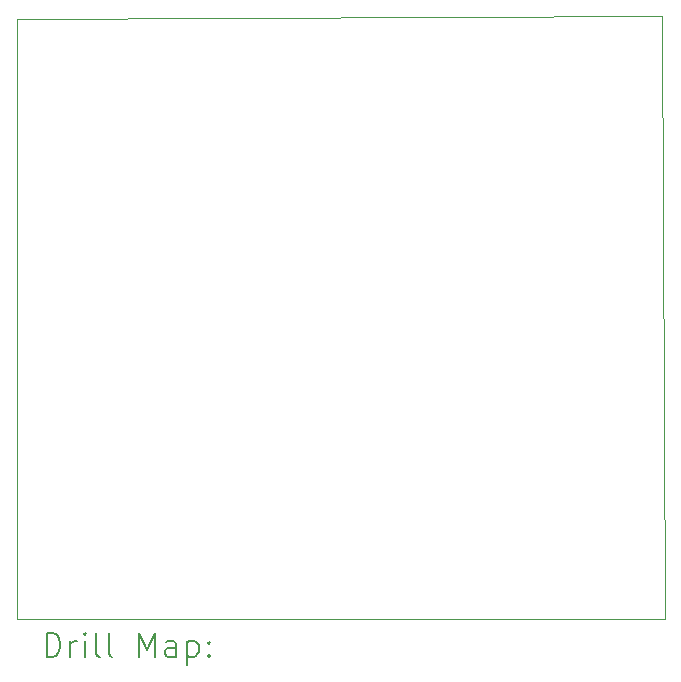
<source format=gbr>
%FSLAX45Y45*%
G04 Gerber Fmt 4.5, Leading zero omitted, Abs format (unit mm)*
G04 Created by KiCad (PCBNEW 6.0.2+dfsg-1) date 2023-04-09 17:36:26*
%MOMM*%
%LPD*%
G01*
G04 APERTURE LIST*
%TA.AperFunction,Profile*%
%ADD10C,0.100000*%
%TD*%
%ADD11C,0.200000*%
G04 APERTURE END LIST*
D10*
X10007600Y-5003800D02*
X9982200Y-5003800D01*
X15468600Y-10083800D02*
X9982200Y-10083800D01*
X15417800Y-4978400D02*
X15443200Y-4978400D01*
X15443200Y-4978400D02*
X15468600Y-10083800D01*
X10007600Y-5003800D02*
X15417800Y-4978400D01*
X9982200Y-10083800D02*
X9982200Y-5003800D01*
D11*
X10234819Y-10399276D02*
X10234819Y-10199276D01*
X10282438Y-10199276D01*
X10311010Y-10208800D01*
X10330057Y-10227848D01*
X10339581Y-10246895D01*
X10349105Y-10284990D01*
X10349105Y-10313562D01*
X10339581Y-10351657D01*
X10330057Y-10370705D01*
X10311010Y-10389752D01*
X10282438Y-10399276D01*
X10234819Y-10399276D01*
X10434819Y-10399276D02*
X10434819Y-10265943D01*
X10434819Y-10304038D02*
X10444343Y-10284990D01*
X10453867Y-10275467D01*
X10472914Y-10265943D01*
X10491962Y-10265943D01*
X10558629Y-10399276D02*
X10558629Y-10265943D01*
X10558629Y-10199276D02*
X10549105Y-10208800D01*
X10558629Y-10218324D01*
X10568152Y-10208800D01*
X10558629Y-10199276D01*
X10558629Y-10218324D01*
X10682438Y-10399276D02*
X10663390Y-10389752D01*
X10653867Y-10370705D01*
X10653867Y-10199276D01*
X10787200Y-10399276D02*
X10768152Y-10389752D01*
X10758629Y-10370705D01*
X10758629Y-10199276D01*
X11015771Y-10399276D02*
X11015771Y-10199276D01*
X11082438Y-10342133D01*
X11149105Y-10199276D01*
X11149105Y-10399276D01*
X11330057Y-10399276D02*
X11330057Y-10294514D01*
X11320533Y-10275467D01*
X11301486Y-10265943D01*
X11263390Y-10265943D01*
X11244343Y-10275467D01*
X11330057Y-10389752D02*
X11311009Y-10399276D01*
X11263390Y-10399276D01*
X11244343Y-10389752D01*
X11234819Y-10370705D01*
X11234819Y-10351657D01*
X11244343Y-10332610D01*
X11263390Y-10323086D01*
X11311009Y-10323086D01*
X11330057Y-10313562D01*
X11425295Y-10265943D02*
X11425295Y-10465943D01*
X11425295Y-10275467D02*
X11444343Y-10265943D01*
X11482438Y-10265943D01*
X11501486Y-10275467D01*
X11511009Y-10284990D01*
X11520533Y-10304038D01*
X11520533Y-10361181D01*
X11511009Y-10380229D01*
X11501486Y-10389752D01*
X11482438Y-10399276D01*
X11444343Y-10399276D01*
X11425295Y-10389752D01*
X11606248Y-10380229D02*
X11615771Y-10389752D01*
X11606248Y-10399276D01*
X11596724Y-10389752D01*
X11606248Y-10380229D01*
X11606248Y-10399276D01*
X11606248Y-10275467D02*
X11615771Y-10284990D01*
X11606248Y-10294514D01*
X11596724Y-10284990D01*
X11606248Y-10275467D01*
X11606248Y-10294514D01*
M02*

</source>
